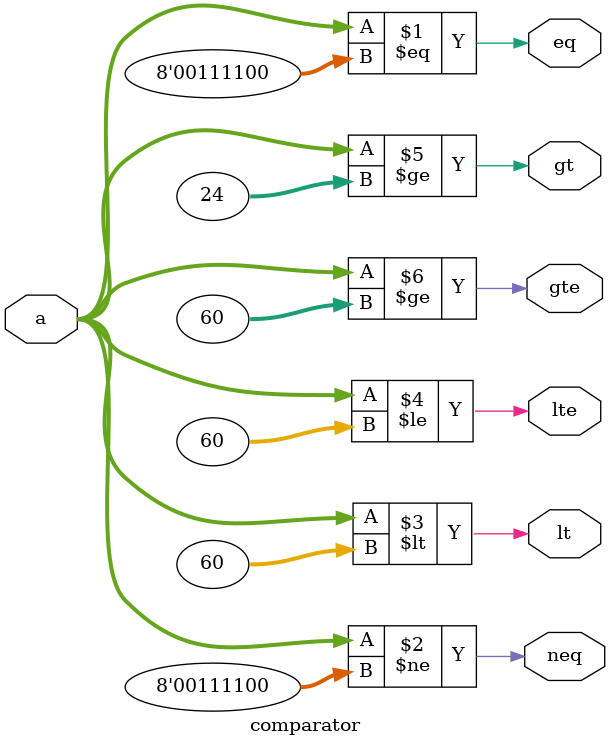
<source format=sv>
module comparator #(parameter N = 8, parameter b = 60, parameter c = 24) (
    input logic [N-1:0] a,
    output logic eq,
    output logic neq,
    output logic lt,
    output logic lte,
    output logic gt,
    output logic gte
);

    // Equal
    assign eq  = (a == b);
    
    // Not equal
    assign neq = (a != b);
    
    // Less than
    assign lt  = (a < b);
    
    // Less than or equal to
    assign lte = (a <= b);
    
    // Greater than
    assign gt  = (a >= c);//for hours
    
    // Greater than or equal to
    assign gte = (a >= b);

endmodule

</source>
